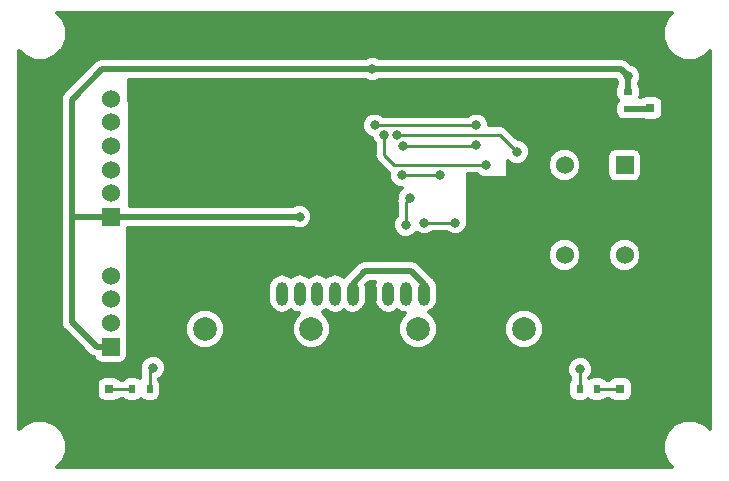
<source format=gtl>
G04 #@! TF.GenerationSoftware,KiCad,Pcbnew,(5.0.0)*
G04 #@! TF.CreationDate,2018-08-29T14:02:58+09:00*
G04 #@! TF.ProjectId,lancer_subbord,6C616E6365725F737562626F72642E6B,rev?*
G04 #@! TF.SameCoordinates,Original*
G04 #@! TF.FileFunction,Copper,L1,Top,Signal*
G04 #@! TF.FilePolarity,Positive*
%FSLAX46Y46*%
G04 Gerber Fmt 4.6, Leading zero omitted, Abs format (unit mm)*
G04 Created by KiCad (PCBNEW (5.0.0)) date 08/29/18 14:02:58*
%MOMM*%
%LPD*%
G01*
G04 APERTURE LIST*
G04 #@! TA.AperFunction,ComponentPad*
%ADD10C,1.524000*%
G04 #@! TD*
G04 #@! TA.AperFunction,ComponentPad*
%ADD11R,1.524000X1.524000*%
G04 #@! TD*
G04 #@! TA.AperFunction,ComponentPad*
%ADD12O,1.000000X2.000000*%
G04 #@! TD*
G04 #@! TA.AperFunction,ComponentPad*
%ADD13C,2.000000*%
G04 #@! TD*
G04 #@! TA.AperFunction,SMDPad,CuDef*
%ADD14R,0.800000X0.500000*%
G04 #@! TD*
G04 #@! TA.AperFunction,SMDPad,CuDef*
%ADD15R,0.500000X0.800000*%
G04 #@! TD*
G04 #@! TA.AperFunction,SMDPad,CuDef*
%ADD16R,0.800000X0.800000*%
G04 #@! TD*
G04 #@! TA.AperFunction,ViaPad*
%ADD17C,0.800000*%
G04 #@! TD*
G04 #@! TA.AperFunction,ViaPad*
%ADD18C,1.800000*%
G04 #@! TD*
G04 #@! TA.AperFunction,Conductor*
%ADD19C,0.500000*%
G04 #@! TD*
G04 #@! TA.AperFunction,Conductor*
%ADD20C,0.250000*%
G04 #@! TD*
G04 #@! TA.AperFunction,Conductor*
%ADD21C,0.350000*%
G04 #@! TD*
G04 APERTURE END LIST*
D10*
G04 #@! TO.P,R_SW,4*
G04 #@! TO.N,R_SW4*
X168925000Y-94625000D03*
G04 #@! TO.P,R_SW,C*
G04 #@! TO.N,GND*
X171465000Y-94625000D03*
D11*
G04 #@! TO.P,R_SW,1*
G04 #@! TO.N,R_SW1*
X174005000Y-94625000D03*
D10*
G04 #@! TO.P,R_SW,2*
G04 #@! TO.N,R_SW2*
X168925000Y-102245000D03*
G04 #@! TO.P,R_SW,C*
G04 #@! TO.N,GND*
X171465000Y-102245000D03*
G04 #@! TO.P,R_SW,8*
G04 #@! TO.N,R_SW8*
X174005000Y-102245000D03*
G04 #@! TD*
D12*
G04 #@! TO.P,LCD1,9*
G04 #@! TO.N,+3V3*
X157000000Y-105500000D03*
G04 #@! TO.P,LCD1,8*
G04 #@! TO.N,SCL*
X155500000Y-105500000D03*
G04 #@! TO.P,LCD1,7*
G04 #@! TO.N,SDA*
X154000000Y-105500000D03*
G04 #@! TO.P,LCD1,6*
G04 #@! TO.N,GND*
X152500000Y-105500000D03*
G04 #@! TO.P,LCD1,5*
G04 #@! TO.N,+3V3*
X151000000Y-105500000D03*
G04 #@! TO.P,LCD1,4*
G04 #@! TO.N,Net-(C3-Pad1)*
X149500000Y-105500000D03*
G04 #@! TO.P,LCD1,3*
G04 #@! TO.N,Net-(C3-Pad2)*
X148000000Y-105500000D03*
G04 #@! TO.P,LCD1,2*
G04 #@! TO.N,Net-(C2-Pad1)*
X146500000Y-105500000D03*
G04 #@! TO.P,LCD1,1*
G04 #@! TO.N,Net-(LCD1-Pad1)*
X145000000Y-105500000D03*
G04 #@! TD*
D11*
G04 #@! TO.P,Writer,1*
G04 #@! TO.N,+3V3*
X130500000Y-99000000D03*
D10*
G04 #@! TO.P,Writer,2*
G04 #@! TO.N,TCK*
X130500000Y-97000000D03*
G04 #@! TO.P,Writer,3*
G04 #@! TO.N,GND*
X130500000Y-95000000D03*
G04 #@! TO.P,Writer,4*
G04 #@! TO.N,TMS*
X130500000Y-93000000D03*
G04 #@! TO.P,Writer,5*
G04 #@! TO.N,NRST*
X130500000Y-91000000D03*
G04 #@! TO.P,Writer,6*
G04 #@! TO.N,SWO*
X130500000Y-89000000D03*
G04 #@! TD*
D13*
G04 #@! TO.P,3,1*
G04 #@! TO.N,TACT_SW3*
X156500000Y-108500000D03*
G04 #@! TO.P,3,2*
G04 #@! TO.N,GND*
X156500000Y-113500000D03*
G04 #@! TD*
G04 #@! TO.P,1,1*
G04 #@! TO.N,TACT_SW1*
X138500000Y-108500000D03*
G04 #@! TO.P,1,2*
G04 #@! TO.N,GND*
X138500000Y-113500000D03*
G04 #@! TD*
D14*
G04 #@! TO.P,R9,2*
G04 #@! TO.N,Net-(D3-Pad2)*
X174300000Y-89900000D03*
G04 #@! TO.P,R9,1*
G04 #@! TO.N,+3V3*
X174300000Y-88400000D03*
G04 #@! TD*
D15*
G04 #@! TO.P,R5,2*
G04 #@! TO.N,Net-(D2-Pad2)*
X171700000Y-113600000D03*
G04 #@! TO.P,R5,1*
G04 #@! TO.N,DEBUG_LED2*
X170200000Y-113600000D03*
G04 #@! TD*
G04 #@! TO.P,R4,2*
G04 #@! TO.N,Net-(D1-Pad2)*
X132300000Y-113600000D03*
G04 #@! TO.P,R4,1*
G04 #@! TO.N,DEBUG_LED1*
X133800000Y-113600000D03*
G04 #@! TD*
D11*
G04 #@! TO.P,Debugger,1*
G04 #@! TO.N,+3V3*
X130500000Y-110000000D03*
D10*
G04 #@! TO.P,Debugger,2*
G04 #@! TO.N,RX*
X130500000Y-108000000D03*
G04 #@! TO.P,Debugger,3*
G04 #@! TO.N,TX*
X130500000Y-106000000D03*
G04 #@! TO.P,Debugger,4*
G04 #@! TO.N,GND*
X130500000Y-104000000D03*
G04 #@! TD*
D16*
G04 #@! TO.P,D3,2*
G04 #@! TO.N,Net-(D3-Pad2)*
X176200000Y-89800000D03*
G04 #@! TO.P,D3,1*
G04 #@! TO.N,GND*
X176200000Y-88300000D03*
G04 #@! TD*
G04 #@! TO.P,LED2,2*
G04 #@! TO.N,Net-(D2-Pad2)*
X173600000Y-113600000D03*
G04 #@! TO.P,LED2,1*
G04 #@! TO.N,GND*
X175100000Y-113600000D03*
G04 #@! TD*
G04 #@! TO.P,LED1,2*
G04 #@! TO.N,Net-(D1-Pad2)*
X130400000Y-113600000D03*
G04 #@! TO.P,LED1,1*
G04 #@! TO.N,GND*
X128900000Y-113600000D03*
G04 #@! TD*
D13*
G04 #@! TO.P,2,1*
G04 #@! TO.N,TACT_SW2*
X147500000Y-108500000D03*
G04 #@! TO.P,2,2*
G04 #@! TO.N,GND*
X147500000Y-113500000D03*
G04 #@! TD*
G04 #@! TO.P,4,1*
G04 #@! TO.N,TACT_SW4*
X165500000Y-108500000D03*
G04 #@! TO.P,4,2*
G04 #@! TO.N,GND*
X165500000Y-113500000D03*
G04 #@! TD*
D17*
G04 #@! TO.N,GND*
X127200000Y-114000000D03*
X176400000Y-114100000D03*
X176200000Y-86900000D03*
D18*
X124850000Y-100550000D03*
D17*
G04 #@! TO.N,+3V3*
X146500006Y-99000000D03*
X174300000Y-87100000D03*
X152650000Y-86500000D03*
G04 #@! TO.N,SCL*
X155824990Y-97400004D03*
X155500005Y-99692803D03*
G04 #@! TO.N,DEBUG_LED2*
X170250000Y-111900000D03*
G04 #@! TO.N,DEBUG_LED1*
X134100000Y-111800000D03*
G04 #@! TO.N,TACT_SW4*
X157050000Y-99500000D03*
X159674990Y-99500004D03*
G04 #@! TO.N,TACT_SW2*
X155150000Y-95500000D03*
X158350000Y-95500000D03*
G04 #@! TO.N,R_SW8*
X155250000Y-93000000D03*
X161450000Y-92949998D03*
G04 #@! TO.N,R_SW4*
X164900000Y-93500000D03*
X154750000Y-92050000D03*
G04 #@! TO.N,R_SW2*
X153650000Y-92050000D03*
X162250000Y-94600000D03*
G04 #@! TO.N,R_SW1*
X152850002Y-91250000D03*
X161449992Y-91250000D03*
G04 #@! TD*
D19*
G04 #@! TO.N,GND*
X127600000Y-113600000D02*
X128900000Y-113600000D01*
X127200000Y-114000000D02*
X127600000Y-113600000D01*
X175900000Y-113600000D02*
X175100000Y-113600000D01*
X176400000Y-114100000D02*
X175900000Y-113600000D01*
X176200000Y-88300000D02*
X176200000Y-86900000D01*
G04 #@! TO.N,+3V3*
X129300000Y-110000000D02*
X130500000Y-110000000D01*
X127200000Y-107900000D02*
X129300000Y-110000000D01*
X127200000Y-102300000D02*
X127200000Y-107900000D01*
X130500000Y-99000000D02*
X127200000Y-99000000D01*
X127200000Y-99000000D02*
X127200000Y-102300000D01*
X146500006Y-99000000D02*
X130500000Y-99000000D01*
X174300000Y-88400000D02*
X174300000Y-87100000D01*
X173700000Y-86500000D02*
X174300000Y-87100000D01*
X129800000Y-86500000D02*
X127200000Y-89100000D01*
X127200000Y-89100000D02*
X127200000Y-99000000D01*
X152650000Y-86500000D02*
X129800000Y-86500000D01*
X173700000Y-86500000D02*
X152650000Y-86500000D01*
X157000000Y-104700000D02*
X157000000Y-105500000D01*
X155900000Y-103600000D02*
X157000000Y-104700000D01*
X152050000Y-103600000D02*
X155900000Y-103600000D01*
X151000000Y-105500000D02*
X151000000Y-104650000D01*
X151000000Y-104650000D02*
X152050000Y-103600000D01*
D20*
G04 #@! TO.N,Net-(D1-Pad2)*
X130400000Y-113600000D02*
X132300000Y-113600000D01*
G04 #@! TO.N,Net-(D2-Pad2)*
X173600000Y-113600000D02*
X171700000Y-113600000D01*
D19*
G04 #@! TO.N,Net-(D3-Pad2)*
X176100000Y-89900000D02*
X176200000Y-89800000D01*
X174300000Y-89900000D02*
X176100000Y-89900000D01*
D20*
G04 #@! TO.N,SCL*
X155500005Y-97724989D02*
X155824990Y-97400004D01*
X155500005Y-99692803D02*
X155500005Y-97724989D01*
G04 #@! TO.N,DEBUG_LED2*
X170200000Y-113600000D02*
X170200000Y-111950000D01*
X170200000Y-111950000D02*
X170250000Y-111900000D01*
G04 #@! TO.N,DEBUG_LED1*
X133800000Y-113600000D02*
X133800000Y-112100000D01*
X133800000Y-112100000D02*
X134100000Y-111800000D01*
G04 #@! TO.N,TACT_SW4*
X157050000Y-99500000D02*
X159674986Y-99500000D01*
X159674986Y-99500000D02*
X159674990Y-99500004D01*
G04 #@! TO.N,TACT_SW2*
X155150000Y-95500000D02*
X158350000Y-95500000D01*
G04 #@! TO.N,R_SW8*
X155250000Y-93000000D02*
X161399998Y-93000000D01*
X161399998Y-93000000D02*
X161450000Y-92949998D01*
G04 #@! TO.N,R_SW4*
X155315685Y-92050000D02*
X154750000Y-92050000D01*
X163450000Y-92050000D02*
X155315685Y-92050000D01*
X164900000Y-93500000D02*
X163450000Y-92050000D01*
G04 #@! TO.N,R_SW2*
X161684315Y-94600000D02*
X162250000Y-94600000D01*
X154500000Y-94600000D02*
X161684315Y-94600000D01*
X153650000Y-92050000D02*
X153650000Y-93750000D01*
X153650000Y-93750000D02*
X154500000Y-94600000D01*
G04 #@! TO.N,R_SW1*
X152850002Y-91250000D02*
X161449992Y-91250000D01*
G04 #@! TD*
D21*
G04 #@! TO.N,GND*
G36*
X177571348Y-82211316D02*
X177225000Y-83047474D01*
X177225000Y-83952526D01*
X177571348Y-84788684D01*
X178211316Y-85428652D01*
X179047474Y-85775000D01*
X179952526Y-85775000D01*
X180788684Y-85428652D01*
X181225001Y-84992335D01*
X181225000Y-117007664D01*
X180788684Y-116571348D01*
X179952526Y-116225000D01*
X179047474Y-116225000D01*
X178211316Y-116571348D01*
X177571348Y-117211316D01*
X177225000Y-118047474D01*
X177225000Y-118952526D01*
X177571348Y-119788684D01*
X178007664Y-120225000D01*
X125992336Y-120225000D01*
X126428652Y-119788684D01*
X126775000Y-118952526D01*
X126775000Y-118047474D01*
X126428652Y-117211316D01*
X125788684Y-116571348D01*
X124952526Y-116225000D01*
X124047474Y-116225000D01*
X123211316Y-116571348D01*
X122775000Y-117007664D01*
X122775000Y-113200000D01*
X129311776Y-113200000D01*
X129311776Y-114000000D01*
X129364164Y-114263372D01*
X129513352Y-114486648D01*
X129736628Y-114635836D01*
X130000000Y-114688224D01*
X130800000Y-114688224D01*
X131063372Y-114635836D01*
X131286648Y-114486648D01*
X131344544Y-114400000D01*
X131505456Y-114400000D01*
X131563352Y-114486648D01*
X131786628Y-114635836D01*
X132050000Y-114688224D01*
X132550000Y-114688224D01*
X132813372Y-114635836D01*
X133036648Y-114486648D01*
X133050000Y-114466665D01*
X133063352Y-114486648D01*
X133286628Y-114635836D01*
X133550000Y-114688224D01*
X134050000Y-114688224D01*
X134313372Y-114635836D01*
X134536648Y-114486648D01*
X134685836Y-114263372D01*
X134738224Y-114000000D01*
X134738224Y-113200000D01*
X134685836Y-112936628D01*
X134600000Y-112808165D01*
X134600000Y-112756465D01*
X134708938Y-112711341D01*
X135011341Y-112408938D01*
X135175000Y-112013831D01*
X135175000Y-111686169D01*
X169175000Y-111686169D01*
X169175000Y-112113831D01*
X169338659Y-112508938D01*
X169400001Y-112570280D01*
X169400000Y-112808164D01*
X169314164Y-112936628D01*
X169261776Y-113200000D01*
X169261776Y-114000000D01*
X169314164Y-114263372D01*
X169463352Y-114486648D01*
X169686628Y-114635836D01*
X169950000Y-114688224D01*
X170450000Y-114688224D01*
X170713372Y-114635836D01*
X170936648Y-114486648D01*
X170950000Y-114466665D01*
X170963352Y-114486648D01*
X171186628Y-114635836D01*
X171450000Y-114688224D01*
X171950000Y-114688224D01*
X172213372Y-114635836D01*
X172436648Y-114486648D01*
X172494544Y-114400000D01*
X172655456Y-114400000D01*
X172713352Y-114486648D01*
X172936628Y-114635836D01*
X173200000Y-114688224D01*
X174000000Y-114688224D01*
X174263372Y-114635836D01*
X174486648Y-114486648D01*
X174635836Y-114263372D01*
X174688224Y-114000000D01*
X174688224Y-113200000D01*
X174635836Y-112936628D01*
X174486648Y-112713352D01*
X174263372Y-112564164D01*
X174000000Y-112511776D01*
X173200000Y-112511776D01*
X172936628Y-112564164D01*
X172713352Y-112713352D01*
X172655456Y-112800000D01*
X172494544Y-112800000D01*
X172436648Y-112713352D01*
X172213372Y-112564164D01*
X171950000Y-112511776D01*
X171450000Y-112511776D01*
X171186628Y-112564164D01*
X171000000Y-112688865D01*
X171000000Y-112670279D01*
X171161341Y-112508938D01*
X171325000Y-112113831D01*
X171325000Y-111686169D01*
X171161341Y-111291062D01*
X170858938Y-110988659D01*
X170463831Y-110825000D01*
X170036169Y-110825000D01*
X169641062Y-110988659D01*
X169338659Y-111291062D01*
X169175000Y-111686169D01*
X135175000Y-111686169D01*
X135175000Y-111586169D01*
X135011341Y-111191062D01*
X134708938Y-110888659D01*
X134313831Y-110725000D01*
X133886169Y-110725000D01*
X133491062Y-110888659D01*
X133188659Y-111191062D01*
X133025000Y-111586169D01*
X133025000Y-111895532D01*
X132984329Y-112100000D01*
X133000001Y-112178788D01*
X133000001Y-112688865D01*
X132813372Y-112564164D01*
X132550000Y-112511776D01*
X132050000Y-112511776D01*
X131786628Y-112564164D01*
X131563352Y-112713352D01*
X131505456Y-112800000D01*
X131344544Y-112800000D01*
X131286648Y-112713352D01*
X131063372Y-112564164D01*
X130800000Y-112511776D01*
X130000000Y-112511776D01*
X129736628Y-112564164D01*
X129513352Y-112713352D01*
X129364164Y-112936628D01*
X129311776Y-113200000D01*
X122775000Y-113200000D01*
X122775000Y-99000000D01*
X126256879Y-99000000D01*
X126275000Y-99091100D01*
X126275001Y-102208896D01*
X126275000Y-102208901D01*
X126275001Y-107808899D01*
X126256880Y-107900000D01*
X126328670Y-108260916D01*
X126481509Y-108489656D01*
X126481511Y-108489658D01*
X126533114Y-108566887D01*
X126610343Y-108618490D01*
X128581508Y-110589655D01*
X128633113Y-110666887D01*
X128939083Y-110871330D01*
X129076979Y-110898759D01*
X129102164Y-111025372D01*
X129251352Y-111248648D01*
X129474628Y-111397836D01*
X129738000Y-111450224D01*
X131262000Y-111450224D01*
X131525372Y-111397836D01*
X131748648Y-111248648D01*
X131897836Y-111025372D01*
X131950224Y-110762000D01*
X131950224Y-109484114D01*
X131961679Y-109466970D01*
X131975000Y-109400000D01*
X131975000Y-108166822D01*
X136825000Y-108166822D01*
X136825000Y-108833178D01*
X137080004Y-109448811D01*
X137551189Y-109919996D01*
X138166822Y-110175000D01*
X138833178Y-110175000D01*
X139448811Y-109919996D01*
X139919996Y-109448811D01*
X140175000Y-108833178D01*
X140175000Y-108166822D01*
X139919996Y-107551189D01*
X139448811Y-107080004D01*
X138833178Y-106825000D01*
X138166822Y-106825000D01*
X137551189Y-107080004D01*
X137080004Y-107551189D01*
X136825000Y-108166822D01*
X131975000Y-108166822D01*
X131975000Y-104884277D01*
X143825000Y-104884277D01*
X143825000Y-106115724D01*
X143893175Y-106458462D01*
X144152874Y-106847127D01*
X144541539Y-107106825D01*
X145000000Y-107198019D01*
X145458462Y-107106825D01*
X145750001Y-106912025D01*
X146041539Y-107106825D01*
X146444261Y-107186932D01*
X146080004Y-107551189D01*
X145825000Y-108166822D01*
X145825000Y-108833178D01*
X146080004Y-109448811D01*
X146551189Y-109919996D01*
X147166822Y-110175000D01*
X147833178Y-110175000D01*
X148448811Y-109919996D01*
X148919996Y-109448811D01*
X149175000Y-108833178D01*
X149175000Y-108166822D01*
X148919996Y-107551189D01*
X148468755Y-107099948D01*
X148750001Y-106912025D01*
X149041539Y-107106825D01*
X149500000Y-107198019D01*
X149958462Y-107106825D01*
X150250001Y-106912025D01*
X150541539Y-107106825D01*
X151000000Y-107198019D01*
X151458462Y-107106825D01*
X151847127Y-106847127D01*
X152106825Y-106458462D01*
X152175000Y-106115724D01*
X152175000Y-104884276D01*
X152158222Y-104799926D01*
X152433148Y-104525000D01*
X152904226Y-104525000D01*
X152893175Y-104541539D01*
X152825000Y-104884277D01*
X152825000Y-106115724D01*
X152893175Y-106458462D01*
X153152874Y-106847127D01*
X153541539Y-107106825D01*
X154000000Y-107198019D01*
X154458462Y-107106825D01*
X154750001Y-106912025D01*
X155041539Y-107106825D01*
X155444261Y-107186932D01*
X155080004Y-107551189D01*
X154825000Y-108166822D01*
X154825000Y-108833178D01*
X155080004Y-109448811D01*
X155551189Y-109919996D01*
X156166822Y-110175000D01*
X156833178Y-110175000D01*
X157448811Y-109919996D01*
X157919996Y-109448811D01*
X158175000Y-108833178D01*
X158175000Y-108166822D01*
X163825000Y-108166822D01*
X163825000Y-108833178D01*
X164080004Y-109448811D01*
X164551189Y-109919996D01*
X165166822Y-110175000D01*
X165833178Y-110175000D01*
X166448811Y-109919996D01*
X166919996Y-109448811D01*
X167175000Y-108833178D01*
X167175000Y-108166822D01*
X166919996Y-107551189D01*
X166448811Y-107080004D01*
X165833178Y-106825000D01*
X165166822Y-106825000D01*
X164551189Y-107080004D01*
X164080004Y-107551189D01*
X163825000Y-108166822D01*
X158175000Y-108166822D01*
X157919996Y-107551189D01*
X157468755Y-107099948D01*
X157847127Y-106847127D01*
X158106825Y-106458462D01*
X158175000Y-106115724D01*
X158175000Y-104884276D01*
X158106825Y-104541538D01*
X157847127Y-104152873D01*
X157587632Y-103979484D01*
X156618491Y-103010344D01*
X156566887Y-102933113D01*
X156260917Y-102728670D01*
X155991100Y-102675000D01*
X155991096Y-102675000D01*
X155900000Y-102656880D01*
X155808904Y-102675000D01*
X152141095Y-102675000D01*
X152049999Y-102656880D01*
X151958903Y-102675000D01*
X151958900Y-102675000D01*
X151698690Y-102726759D01*
X151689083Y-102728670D01*
X151460343Y-102881509D01*
X151460342Y-102881510D01*
X151383113Y-102933113D01*
X151331510Y-103010342D01*
X150410342Y-103931511D01*
X150333114Y-103983113D01*
X150281511Y-104060342D01*
X150281509Y-104060344D01*
X150273570Y-104072226D01*
X150250000Y-104087975D01*
X149958461Y-103893175D01*
X149500000Y-103801981D01*
X149041538Y-103893175D01*
X148750000Y-104087975D01*
X148458461Y-103893175D01*
X148000000Y-103801981D01*
X147541538Y-103893175D01*
X147250000Y-104087975D01*
X146958461Y-103893175D01*
X146500000Y-103801981D01*
X146041538Y-103893175D01*
X145750000Y-104087975D01*
X145458461Y-103893175D01*
X145000000Y-103801981D01*
X144541538Y-103893175D01*
X144152873Y-104152873D01*
X143893175Y-104541539D01*
X143825000Y-104884277D01*
X131975000Y-104884277D01*
X131975000Y-101959163D01*
X167488000Y-101959163D01*
X167488000Y-102530837D01*
X167706771Y-103058995D01*
X168111005Y-103463229D01*
X168639163Y-103682000D01*
X169210837Y-103682000D01*
X169738995Y-103463229D01*
X170143229Y-103058995D01*
X170362000Y-102530837D01*
X170362000Y-101959163D01*
X172568000Y-101959163D01*
X172568000Y-102530837D01*
X172786771Y-103058995D01*
X173191005Y-103463229D01*
X173719163Y-103682000D01*
X174290837Y-103682000D01*
X174818995Y-103463229D01*
X175223229Y-103058995D01*
X175442000Y-102530837D01*
X175442000Y-101959163D01*
X175223229Y-101431005D01*
X174818995Y-101026771D01*
X174290837Y-100808000D01*
X173719163Y-100808000D01*
X173191005Y-101026771D01*
X172786771Y-101431005D01*
X172568000Y-101959163D01*
X170362000Y-101959163D01*
X170143229Y-101431005D01*
X169738995Y-101026771D01*
X169210837Y-100808000D01*
X168639163Y-100808000D01*
X168111005Y-101026771D01*
X167706771Y-101431005D01*
X167488000Y-101959163D01*
X131975000Y-101959163D01*
X131975000Y-99925000D01*
X145924044Y-99925000D01*
X146286175Y-100075000D01*
X146713837Y-100075000D01*
X147108944Y-99911341D01*
X147411347Y-99608938D01*
X147575006Y-99213831D01*
X147575006Y-98786169D01*
X147411347Y-98391062D01*
X147108944Y-98088659D01*
X146713837Y-97925000D01*
X146286175Y-97925000D01*
X145924044Y-98075000D01*
X132173866Y-98075000D01*
X132109585Y-91036169D01*
X151775002Y-91036169D01*
X151775002Y-91463831D01*
X151938661Y-91858938D01*
X152241064Y-92161341D01*
X152592916Y-92307083D01*
X152738659Y-92658938D01*
X152850000Y-92770279D01*
X152850001Y-93671212D01*
X152834329Y-93750000D01*
X152896418Y-94062144D01*
X153028603Y-94259973D01*
X153028605Y-94259975D01*
X153073234Y-94326767D01*
X153140026Y-94371396D01*
X153878602Y-95109972D01*
X153923233Y-95176767D01*
X154071347Y-95275734D01*
X154077593Y-95279908D01*
X154075000Y-95286169D01*
X154075000Y-95713831D01*
X154238659Y-96108938D01*
X154541062Y-96411341D01*
X154936169Y-96575000D01*
X155129715Y-96575000D01*
X154913649Y-96791066D01*
X154749990Y-97186173D01*
X154749990Y-97407507D01*
X154746423Y-97412845D01*
X154684334Y-97724989D01*
X154700006Y-97803777D01*
X154700005Y-98972524D01*
X154588664Y-99083865D01*
X154425005Y-99478972D01*
X154425005Y-99906634D01*
X154588664Y-100301741D01*
X154891067Y-100604144D01*
X155286174Y-100767803D01*
X155713836Y-100767803D01*
X156108943Y-100604144D01*
X156371404Y-100341683D01*
X156441062Y-100411341D01*
X156836169Y-100575000D01*
X157263831Y-100575000D01*
X157658938Y-100411341D01*
X157770279Y-100300000D01*
X158954707Y-100300000D01*
X159066052Y-100411345D01*
X159461159Y-100575004D01*
X159888821Y-100575004D01*
X160283928Y-100411345D01*
X160586331Y-100108942D01*
X160749990Y-99713835D01*
X160749990Y-99534464D01*
X160761679Y-99516970D01*
X160775000Y-99450000D01*
X160775000Y-95400000D01*
X161529721Y-95400000D01*
X161641062Y-95511341D01*
X162036169Y-95675000D01*
X164000000Y-95675000D01*
X164066970Y-95661679D01*
X164123744Y-95623744D01*
X164161679Y-95566970D01*
X164175000Y-95500000D01*
X164175000Y-94295279D01*
X164291062Y-94411341D01*
X164686169Y-94575000D01*
X165113831Y-94575000D01*
X165508938Y-94411341D01*
X165581116Y-94339163D01*
X167488000Y-94339163D01*
X167488000Y-94910837D01*
X167706771Y-95438995D01*
X168111005Y-95843229D01*
X168639163Y-96062000D01*
X169210837Y-96062000D01*
X169738995Y-95843229D01*
X170143229Y-95438995D01*
X170362000Y-94910837D01*
X170362000Y-94339163D01*
X170164767Y-93863000D01*
X172554776Y-93863000D01*
X172554776Y-95387000D01*
X172607164Y-95650372D01*
X172756352Y-95873648D01*
X172979628Y-96022836D01*
X173243000Y-96075224D01*
X174767000Y-96075224D01*
X175030372Y-96022836D01*
X175253648Y-95873648D01*
X175402836Y-95650372D01*
X175455224Y-95387000D01*
X175455224Y-93863000D01*
X175402836Y-93599628D01*
X175253648Y-93376352D01*
X175030372Y-93227164D01*
X174767000Y-93174776D01*
X173243000Y-93174776D01*
X172979628Y-93227164D01*
X172756352Y-93376352D01*
X172607164Y-93599628D01*
X172554776Y-93863000D01*
X170164767Y-93863000D01*
X170143229Y-93811005D01*
X169738995Y-93406771D01*
X169210837Y-93188000D01*
X168639163Y-93188000D01*
X168111005Y-93406771D01*
X167706771Y-93811005D01*
X167488000Y-94339163D01*
X165581116Y-94339163D01*
X165811341Y-94108938D01*
X165975000Y-93713831D01*
X165975000Y-93286169D01*
X165811341Y-92891062D01*
X165508938Y-92588659D01*
X165113831Y-92425000D01*
X164956370Y-92425000D01*
X164071398Y-91540028D01*
X164026767Y-91473233D01*
X163762144Y-91296417D01*
X163528789Y-91250000D01*
X163528784Y-91250000D01*
X163450000Y-91234329D01*
X163371216Y-91250000D01*
X162524992Y-91250000D01*
X162524992Y-91036169D01*
X162361333Y-90641062D01*
X162058930Y-90338659D01*
X161663823Y-90175000D01*
X161236161Y-90175000D01*
X160841054Y-90338659D01*
X160729713Y-90450000D01*
X153570281Y-90450000D01*
X153458940Y-90338659D01*
X153063833Y-90175000D01*
X152636171Y-90175000D01*
X152241064Y-90338659D01*
X151938661Y-90641062D01*
X151775002Y-91036169D01*
X132109585Y-91036169D01*
X132076606Y-87425000D01*
X152074038Y-87425000D01*
X152436169Y-87575000D01*
X152863831Y-87575000D01*
X153225962Y-87425000D01*
X173271048Y-87425000D01*
X173375001Y-87675964D01*
X173375001Y-87720749D01*
X173264164Y-87886628D01*
X173211776Y-88150000D01*
X173211776Y-88650000D01*
X173264164Y-88913372D01*
X173413352Y-89136648D01*
X173433335Y-89150000D01*
X173413352Y-89163352D01*
X173264164Y-89386628D01*
X173211776Y-89650000D01*
X173211776Y-90150000D01*
X173264164Y-90413372D01*
X173413352Y-90636648D01*
X173636628Y-90785836D01*
X173900000Y-90838224D01*
X174700000Y-90838224D01*
X174766481Y-90825000D01*
X175520411Y-90825000D01*
X175536628Y-90835836D01*
X175800000Y-90888224D01*
X176600000Y-90888224D01*
X176863372Y-90835836D01*
X177086648Y-90686648D01*
X177235836Y-90463372D01*
X177288224Y-90200000D01*
X177288224Y-89400000D01*
X177235836Y-89136628D01*
X177086648Y-88913352D01*
X176863372Y-88764164D01*
X176600000Y-88711776D01*
X175800000Y-88711776D01*
X175536628Y-88764164D01*
X175339287Y-88896023D01*
X175388224Y-88650000D01*
X175388224Y-88150000D01*
X175335836Y-87886628D01*
X175225000Y-87720750D01*
X175225000Y-87675962D01*
X175375000Y-87313831D01*
X175375000Y-86886169D01*
X175211341Y-86491062D01*
X174908938Y-86188659D01*
X174546806Y-86038659D01*
X174418491Y-85910344D01*
X174366887Y-85833113D01*
X174060917Y-85628670D01*
X173791100Y-85575000D01*
X173791096Y-85575000D01*
X173700000Y-85556880D01*
X173608904Y-85575000D01*
X153225962Y-85575000D01*
X152863831Y-85425000D01*
X152436169Y-85425000D01*
X152074038Y-85575000D01*
X129891095Y-85575000D01*
X129799999Y-85556880D01*
X129708903Y-85575000D01*
X129708900Y-85575000D01*
X129439083Y-85628670D01*
X129210343Y-85781509D01*
X129210342Y-85781510D01*
X129133113Y-85833113D01*
X129081510Y-85910342D01*
X126610344Y-88381508D01*
X126533113Y-88433113D01*
X126328670Y-88739084D01*
X126275000Y-89008901D01*
X126275000Y-89008904D01*
X126256880Y-89100000D01*
X126275000Y-89191096D01*
X126275001Y-98908895D01*
X126256879Y-99000000D01*
X122775000Y-99000000D01*
X122775000Y-84992336D01*
X123211316Y-85428652D01*
X124047474Y-85775000D01*
X124952526Y-85775000D01*
X125788684Y-85428652D01*
X126428652Y-84788684D01*
X126775000Y-83952526D01*
X126775000Y-83047474D01*
X126428652Y-82211316D01*
X125992336Y-81775000D01*
X178007664Y-81775000D01*
X177571348Y-82211316D01*
X177571348Y-82211316D01*
G37*
X177571348Y-82211316D02*
X177225000Y-83047474D01*
X177225000Y-83952526D01*
X177571348Y-84788684D01*
X178211316Y-85428652D01*
X179047474Y-85775000D01*
X179952526Y-85775000D01*
X180788684Y-85428652D01*
X181225001Y-84992335D01*
X181225000Y-117007664D01*
X180788684Y-116571348D01*
X179952526Y-116225000D01*
X179047474Y-116225000D01*
X178211316Y-116571348D01*
X177571348Y-117211316D01*
X177225000Y-118047474D01*
X177225000Y-118952526D01*
X177571348Y-119788684D01*
X178007664Y-120225000D01*
X125992336Y-120225000D01*
X126428652Y-119788684D01*
X126775000Y-118952526D01*
X126775000Y-118047474D01*
X126428652Y-117211316D01*
X125788684Y-116571348D01*
X124952526Y-116225000D01*
X124047474Y-116225000D01*
X123211316Y-116571348D01*
X122775000Y-117007664D01*
X122775000Y-113200000D01*
X129311776Y-113200000D01*
X129311776Y-114000000D01*
X129364164Y-114263372D01*
X129513352Y-114486648D01*
X129736628Y-114635836D01*
X130000000Y-114688224D01*
X130800000Y-114688224D01*
X131063372Y-114635836D01*
X131286648Y-114486648D01*
X131344544Y-114400000D01*
X131505456Y-114400000D01*
X131563352Y-114486648D01*
X131786628Y-114635836D01*
X132050000Y-114688224D01*
X132550000Y-114688224D01*
X132813372Y-114635836D01*
X133036648Y-114486648D01*
X133050000Y-114466665D01*
X133063352Y-114486648D01*
X133286628Y-114635836D01*
X133550000Y-114688224D01*
X134050000Y-114688224D01*
X134313372Y-114635836D01*
X134536648Y-114486648D01*
X134685836Y-114263372D01*
X134738224Y-114000000D01*
X134738224Y-113200000D01*
X134685836Y-112936628D01*
X134600000Y-112808165D01*
X134600000Y-112756465D01*
X134708938Y-112711341D01*
X135011341Y-112408938D01*
X135175000Y-112013831D01*
X135175000Y-111686169D01*
X169175000Y-111686169D01*
X169175000Y-112113831D01*
X169338659Y-112508938D01*
X169400001Y-112570280D01*
X169400000Y-112808164D01*
X169314164Y-112936628D01*
X169261776Y-113200000D01*
X169261776Y-114000000D01*
X169314164Y-114263372D01*
X169463352Y-114486648D01*
X169686628Y-114635836D01*
X169950000Y-114688224D01*
X170450000Y-114688224D01*
X170713372Y-114635836D01*
X170936648Y-114486648D01*
X170950000Y-114466665D01*
X170963352Y-114486648D01*
X171186628Y-114635836D01*
X171450000Y-114688224D01*
X171950000Y-114688224D01*
X172213372Y-114635836D01*
X172436648Y-114486648D01*
X172494544Y-114400000D01*
X172655456Y-114400000D01*
X172713352Y-114486648D01*
X172936628Y-114635836D01*
X173200000Y-114688224D01*
X174000000Y-114688224D01*
X174263372Y-114635836D01*
X174486648Y-114486648D01*
X174635836Y-114263372D01*
X174688224Y-114000000D01*
X174688224Y-113200000D01*
X174635836Y-112936628D01*
X174486648Y-112713352D01*
X174263372Y-112564164D01*
X174000000Y-112511776D01*
X173200000Y-112511776D01*
X172936628Y-112564164D01*
X172713352Y-112713352D01*
X172655456Y-112800000D01*
X172494544Y-112800000D01*
X172436648Y-112713352D01*
X172213372Y-112564164D01*
X171950000Y-112511776D01*
X171450000Y-112511776D01*
X171186628Y-112564164D01*
X171000000Y-112688865D01*
X171000000Y-112670279D01*
X171161341Y-112508938D01*
X171325000Y-112113831D01*
X171325000Y-111686169D01*
X171161341Y-111291062D01*
X170858938Y-110988659D01*
X170463831Y-110825000D01*
X170036169Y-110825000D01*
X169641062Y-110988659D01*
X169338659Y-111291062D01*
X169175000Y-111686169D01*
X135175000Y-111686169D01*
X135175000Y-111586169D01*
X135011341Y-111191062D01*
X134708938Y-110888659D01*
X134313831Y-110725000D01*
X133886169Y-110725000D01*
X133491062Y-110888659D01*
X133188659Y-111191062D01*
X133025000Y-111586169D01*
X133025000Y-111895532D01*
X132984329Y-112100000D01*
X133000001Y-112178788D01*
X133000001Y-112688865D01*
X132813372Y-112564164D01*
X132550000Y-112511776D01*
X132050000Y-112511776D01*
X131786628Y-112564164D01*
X131563352Y-112713352D01*
X131505456Y-112800000D01*
X131344544Y-112800000D01*
X131286648Y-112713352D01*
X131063372Y-112564164D01*
X130800000Y-112511776D01*
X130000000Y-112511776D01*
X129736628Y-112564164D01*
X129513352Y-112713352D01*
X129364164Y-112936628D01*
X129311776Y-113200000D01*
X122775000Y-113200000D01*
X122775000Y-99000000D01*
X126256879Y-99000000D01*
X126275000Y-99091100D01*
X126275001Y-102208896D01*
X126275000Y-102208901D01*
X126275001Y-107808899D01*
X126256880Y-107900000D01*
X126328670Y-108260916D01*
X126481509Y-108489656D01*
X126481511Y-108489658D01*
X126533114Y-108566887D01*
X126610343Y-108618490D01*
X128581508Y-110589655D01*
X128633113Y-110666887D01*
X128939083Y-110871330D01*
X129076979Y-110898759D01*
X129102164Y-111025372D01*
X129251352Y-111248648D01*
X129474628Y-111397836D01*
X129738000Y-111450224D01*
X131262000Y-111450224D01*
X131525372Y-111397836D01*
X131748648Y-111248648D01*
X131897836Y-111025372D01*
X131950224Y-110762000D01*
X131950224Y-109484114D01*
X131961679Y-109466970D01*
X131975000Y-109400000D01*
X131975000Y-108166822D01*
X136825000Y-108166822D01*
X136825000Y-108833178D01*
X137080004Y-109448811D01*
X137551189Y-109919996D01*
X138166822Y-110175000D01*
X138833178Y-110175000D01*
X139448811Y-109919996D01*
X139919996Y-109448811D01*
X140175000Y-108833178D01*
X140175000Y-108166822D01*
X139919996Y-107551189D01*
X139448811Y-107080004D01*
X138833178Y-106825000D01*
X138166822Y-106825000D01*
X137551189Y-107080004D01*
X137080004Y-107551189D01*
X136825000Y-108166822D01*
X131975000Y-108166822D01*
X131975000Y-104884277D01*
X143825000Y-104884277D01*
X143825000Y-106115724D01*
X143893175Y-106458462D01*
X144152874Y-106847127D01*
X144541539Y-107106825D01*
X145000000Y-107198019D01*
X145458462Y-107106825D01*
X145750001Y-106912025D01*
X146041539Y-107106825D01*
X146444261Y-107186932D01*
X146080004Y-107551189D01*
X145825000Y-108166822D01*
X145825000Y-108833178D01*
X146080004Y-109448811D01*
X146551189Y-109919996D01*
X147166822Y-110175000D01*
X147833178Y-110175000D01*
X148448811Y-109919996D01*
X148919996Y-109448811D01*
X149175000Y-108833178D01*
X149175000Y-108166822D01*
X148919996Y-107551189D01*
X148468755Y-107099948D01*
X148750001Y-106912025D01*
X149041539Y-107106825D01*
X149500000Y-107198019D01*
X149958462Y-107106825D01*
X150250001Y-106912025D01*
X150541539Y-107106825D01*
X151000000Y-107198019D01*
X151458462Y-107106825D01*
X151847127Y-106847127D01*
X152106825Y-106458462D01*
X152175000Y-106115724D01*
X152175000Y-104884276D01*
X152158222Y-104799926D01*
X152433148Y-104525000D01*
X152904226Y-104525000D01*
X152893175Y-104541539D01*
X152825000Y-104884277D01*
X152825000Y-106115724D01*
X152893175Y-106458462D01*
X153152874Y-106847127D01*
X153541539Y-107106825D01*
X154000000Y-107198019D01*
X154458462Y-107106825D01*
X154750001Y-106912025D01*
X155041539Y-107106825D01*
X155444261Y-107186932D01*
X155080004Y-107551189D01*
X154825000Y-108166822D01*
X154825000Y-108833178D01*
X155080004Y-109448811D01*
X155551189Y-109919996D01*
X156166822Y-110175000D01*
X156833178Y-110175000D01*
X157448811Y-109919996D01*
X157919996Y-109448811D01*
X158175000Y-108833178D01*
X158175000Y-108166822D01*
X163825000Y-108166822D01*
X163825000Y-108833178D01*
X164080004Y-109448811D01*
X164551189Y-109919996D01*
X165166822Y-110175000D01*
X165833178Y-110175000D01*
X166448811Y-109919996D01*
X166919996Y-109448811D01*
X167175000Y-108833178D01*
X167175000Y-108166822D01*
X166919996Y-107551189D01*
X166448811Y-107080004D01*
X165833178Y-106825000D01*
X165166822Y-106825000D01*
X164551189Y-107080004D01*
X164080004Y-107551189D01*
X163825000Y-108166822D01*
X158175000Y-108166822D01*
X157919996Y-107551189D01*
X157468755Y-107099948D01*
X157847127Y-106847127D01*
X158106825Y-106458462D01*
X158175000Y-106115724D01*
X158175000Y-104884276D01*
X158106825Y-104541538D01*
X157847127Y-104152873D01*
X157587632Y-103979484D01*
X156618491Y-103010344D01*
X156566887Y-102933113D01*
X156260917Y-102728670D01*
X155991100Y-102675000D01*
X155991096Y-102675000D01*
X155900000Y-102656880D01*
X155808904Y-102675000D01*
X152141095Y-102675000D01*
X152049999Y-102656880D01*
X151958903Y-102675000D01*
X151958900Y-102675000D01*
X151698690Y-102726759D01*
X151689083Y-102728670D01*
X151460343Y-102881509D01*
X151460342Y-102881510D01*
X151383113Y-102933113D01*
X151331510Y-103010342D01*
X150410342Y-103931511D01*
X150333114Y-103983113D01*
X150281511Y-104060342D01*
X150281509Y-104060344D01*
X150273570Y-104072226D01*
X150250000Y-104087975D01*
X149958461Y-103893175D01*
X149500000Y-103801981D01*
X149041538Y-103893175D01*
X148750000Y-104087975D01*
X148458461Y-103893175D01*
X148000000Y-103801981D01*
X147541538Y-103893175D01*
X147250000Y-104087975D01*
X146958461Y-103893175D01*
X146500000Y-103801981D01*
X146041538Y-103893175D01*
X145750000Y-104087975D01*
X145458461Y-103893175D01*
X145000000Y-103801981D01*
X144541538Y-103893175D01*
X144152873Y-104152873D01*
X143893175Y-104541539D01*
X143825000Y-104884277D01*
X131975000Y-104884277D01*
X131975000Y-101959163D01*
X167488000Y-101959163D01*
X167488000Y-102530837D01*
X167706771Y-103058995D01*
X168111005Y-103463229D01*
X168639163Y-103682000D01*
X169210837Y-103682000D01*
X169738995Y-103463229D01*
X170143229Y-103058995D01*
X170362000Y-102530837D01*
X170362000Y-101959163D01*
X172568000Y-101959163D01*
X172568000Y-102530837D01*
X172786771Y-103058995D01*
X173191005Y-103463229D01*
X173719163Y-103682000D01*
X174290837Y-103682000D01*
X174818995Y-103463229D01*
X175223229Y-103058995D01*
X175442000Y-102530837D01*
X175442000Y-101959163D01*
X175223229Y-101431005D01*
X174818995Y-101026771D01*
X174290837Y-100808000D01*
X173719163Y-100808000D01*
X173191005Y-101026771D01*
X172786771Y-101431005D01*
X172568000Y-101959163D01*
X170362000Y-101959163D01*
X170143229Y-101431005D01*
X169738995Y-101026771D01*
X169210837Y-100808000D01*
X168639163Y-100808000D01*
X168111005Y-101026771D01*
X167706771Y-101431005D01*
X167488000Y-101959163D01*
X131975000Y-101959163D01*
X131975000Y-99925000D01*
X145924044Y-99925000D01*
X146286175Y-100075000D01*
X146713837Y-100075000D01*
X147108944Y-99911341D01*
X147411347Y-99608938D01*
X147575006Y-99213831D01*
X147575006Y-98786169D01*
X147411347Y-98391062D01*
X147108944Y-98088659D01*
X146713837Y-97925000D01*
X146286175Y-97925000D01*
X145924044Y-98075000D01*
X132173866Y-98075000D01*
X132109585Y-91036169D01*
X151775002Y-91036169D01*
X151775002Y-91463831D01*
X151938661Y-91858938D01*
X152241064Y-92161341D01*
X152592916Y-92307083D01*
X152738659Y-92658938D01*
X152850000Y-92770279D01*
X152850001Y-93671212D01*
X152834329Y-93750000D01*
X152896418Y-94062144D01*
X153028603Y-94259973D01*
X153028605Y-94259975D01*
X153073234Y-94326767D01*
X153140026Y-94371396D01*
X153878602Y-95109972D01*
X153923233Y-95176767D01*
X154071347Y-95275734D01*
X154077593Y-95279908D01*
X154075000Y-95286169D01*
X154075000Y-95713831D01*
X154238659Y-96108938D01*
X154541062Y-96411341D01*
X154936169Y-96575000D01*
X155129715Y-96575000D01*
X154913649Y-96791066D01*
X154749990Y-97186173D01*
X154749990Y-97407507D01*
X154746423Y-97412845D01*
X154684334Y-97724989D01*
X154700006Y-97803777D01*
X154700005Y-98972524D01*
X154588664Y-99083865D01*
X154425005Y-99478972D01*
X154425005Y-99906634D01*
X154588664Y-100301741D01*
X154891067Y-100604144D01*
X155286174Y-100767803D01*
X155713836Y-100767803D01*
X156108943Y-100604144D01*
X156371404Y-100341683D01*
X156441062Y-100411341D01*
X156836169Y-100575000D01*
X157263831Y-100575000D01*
X157658938Y-100411341D01*
X157770279Y-100300000D01*
X158954707Y-100300000D01*
X159066052Y-100411345D01*
X159461159Y-100575004D01*
X159888821Y-100575004D01*
X160283928Y-100411345D01*
X160586331Y-100108942D01*
X160749990Y-99713835D01*
X160749990Y-99534464D01*
X160761679Y-99516970D01*
X160775000Y-99450000D01*
X160775000Y-95400000D01*
X161529721Y-95400000D01*
X161641062Y-95511341D01*
X162036169Y-95675000D01*
X164000000Y-95675000D01*
X164066970Y-95661679D01*
X164123744Y-95623744D01*
X164161679Y-95566970D01*
X164175000Y-95500000D01*
X164175000Y-94295279D01*
X164291062Y-94411341D01*
X164686169Y-94575000D01*
X165113831Y-94575000D01*
X165508938Y-94411341D01*
X165581116Y-94339163D01*
X167488000Y-94339163D01*
X167488000Y-94910837D01*
X167706771Y-95438995D01*
X168111005Y-95843229D01*
X168639163Y-96062000D01*
X169210837Y-96062000D01*
X169738995Y-95843229D01*
X170143229Y-95438995D01*
X170362000Y-94910837D01*
X170362000Y-94339163D01*
X170164767Y-93863000D01*
X172554776Y-93863000D01*
X172554776Y-95387000D01*
X172607164Y-95650372D01*
X172756352Y-95873648D01*
X172979628Y-96022836D01*
X173243000Y-96075224D01*
X174767000Y-96075224D01*
X175030372Y-96022836D01*
X175253648Y-95873648D01*
X175402836Y-95650372D01*
X175455224Y-95387000D01*
X175455224Y-93863000D01*
X175402836Y-93599628D01*
X175253648Y-93376352D01*
X175030372Y-93227164D01*
X174767000Y-93174776D01*
X173243000Y-93174776D01*
X172979628Y-93227164D01*
X172756352Y-93376352D01*
X172607164Y-93599628D01*
X172554776Y-93863000D01*
X170164767Y-93863000D01*
X170143229Y-93811005D01*
X169738995Y-93406771D01*
X169210837Y-93188000D01*
X168639163Y-93188000D01*
X168111005Y-93406771D01*
X167706771Y-93811005D01*
X167488000Y-94339163D01*
X165581116Y-94339163D01*
X165811341Y-94108938D01*
X165975000Y-93713831D01*
X165975000Y-93286169D01*
X165811341Y-92891062D01*
X165508938Y-92588659D01*
X165113831Y-92425000D01*
X164956370Y-92425000D01*
X164071398Y-91540028D01*
X164026767Y-91473233D01*
X163762144Y-91296417D01*
X163528789Y-91250000D01*
X163528784Y-91250000D01*
X163450000Y-91234329D01*
X163371216Y-91250000D01*
X162524992Y-91250000D01*
X162524992Y-91036169D01*
X162361333Y-90641062D01*
X162058930Y-90338659D01*
X161663823Y-90175000D01*
X161236161Y-90175000D01*
X160841054Y-90338659D01*
X160729713Y-90450000D01*
X153570281Y-90450000D01*
X153458940Y-90338659D01*
X153063833Y-90175000D01*
X152636171Y-90175000D01*
X152241064Y-90338659D01*
X151938661Y-90641062D01*
X151775002Y-91036169D01*
X132109585Y-91036169D01*
X132076606Y-87425000D01*
X152074038Y-87425000D01*
X152436169Y-87575000D01*
X152863831Y-87575000D01*
X153225962Y-87425000D01*
X173271048Y-87425000D01*
X173375001Y-87675964D01*
X173375001Y-87720749D01*
X173264164Y-87886628D01*
X173211776Y-88150000D01*
X173211776Y-88650000D01*
X173264164Y-88913372D01*
X173413352Y-89136648D01*
X173433335Y-89150000D01*
X173413352Y-89163352D01*
X173264164Y-89386628D01*
X173211776Y-89650000D01*
X173211776Y-90150000D01*
X173264164Y-90413372D01*
X173413352Y-90636648D01*
X173636628Y-90785836D01*
X173900000Y-90838224D01*
X174700000Y-90838224D01*
X174766481Y-90825000D01*
X175520411Y-90825000D01*
X175536628Y-90835836D01*
X175800000Y-90888224D01*
X176600000Y-90888224D01*
X176863372Y-90835836D01*
X177086648Y-90686648D01*
X177235836Y-90463372D01*
X177288224Y-90200000D01*
X177288224Y-89400000D01*
X177235836Y-89136628D01*
X177086648Y-88913352D01*
X176863372Y-88764164D01*
X176600000Y-88711776D01*
X175800000Y-88711776D01*
X175536628Y-88764164D01*
X175339287Y-88896023D01*
X175388224Y-88650000D01*
X175388224Y-88150000D01*
X175335836Y-87886628D01*
X175225000Y-87720750D01*
X175225000Y-87675962D01*
X175375000Y-87313831D01*
X175375000Y-86886169D01*
X175211341Y-86491062D01*
X174908938Y-86188659D01*
X174546806Y-86038659D01*
X174418491Y-85910344D01*
X174366887Y-85833113D01*
X174060917Y-85628670D01*
X173791100Y-85575000D01*
X173791096Y-85575000D01*
X173700000Y-85556880D01*
X173608904Y-85575000D01*
X153225962Y-85575000D01*
X152863831Y-85425000D01*
X152436169Y-85425000D01*
X152074038Y-85575000D01*
X129891095Y-85575000D01*
X129799999Y-85556880D01*
X129708903Y-85575000D01*
X129708900Y-85575000D01*
X129439083Y-85628670D01*
X129210343Y-85781509D01*
X129210342Y-85781510D01*
X129133113Y-85833113D01*
X129081510Y-85910342D01*
X126610344Y-88381508D01*
X126533113Y-88433113D01*
X126328670Y-88739084D01*
X126275000Y-89008901D01*
X126275000Y-89008904D01*
X126256880Y-89100000D01*
X126275000Y-89191096D01*
X126275001Y-98908895D01*
X126256879Y-99000000D01*
X122775000Y-99000000D01*
X122775000Y-84992336D01*
X123211316Y-85428652D01*
X124047474Y-85775000D01*
X124952526Y-85775000D01*
X125788684Y-85428652D01*
X126428652Y-84788684D01*
X126775000Y-83952526D01*
X126775000Y-83047474D01*
X126428652Y-82211316D01*
X125992336Y-81775000D01*
X178007664Y-81775000D01*
X177571348Y-82211316D01*
G04 #@! TD*
M02*

</source>
